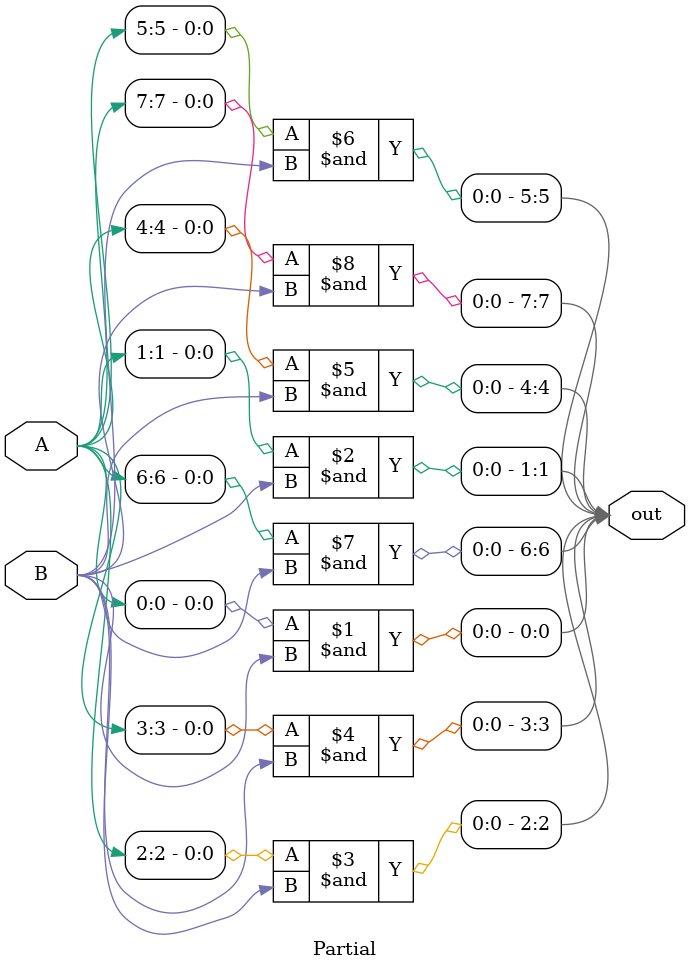
<source format=v>
module Partial (A, B, out);
	input [7:0] A;
	input B;
	output [7:0] out;
	assign out[0] = A[0]&B;
	assign out[1] = A[1]&B;
	assign out[2] = A[2]&B;
	assign out[3] = A[3]&B;
	assign out[4] = A[4]&B;
	assign out[5] = A[5]&B;
	assign out[6] = A[6]&B;
	assign out[7] = A[7]&B;

endmodule
</source>
